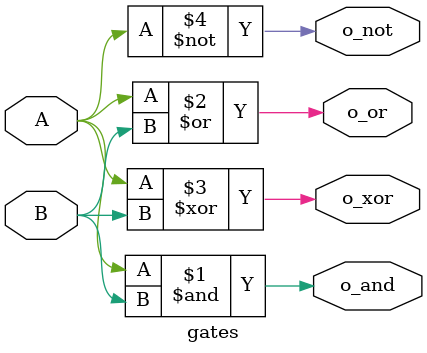
<source format=v>
module gates(input A, B, output o_and, o_or, o_xor, o_not);

    assign o_and = A & B;
    assign o_or = A | B;
    assign o_xor = A ^ B;
    assign o_not = ~A;

endmodule
</source>
